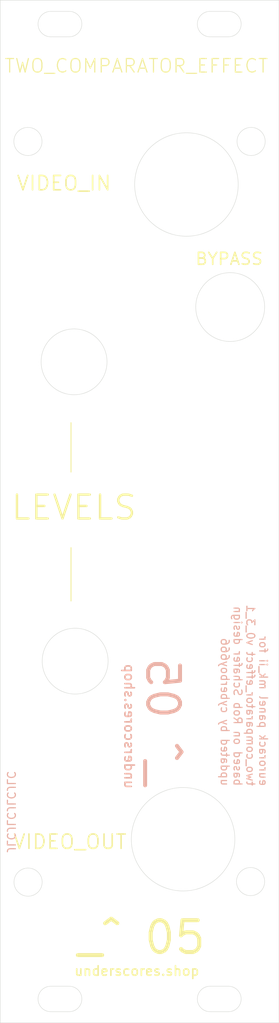
<source format=kicad_pcb>
(kicad_pcb (version 20211014) (generator pcbnew)

  (general
    (thickness 1.6)
  )

  (paper "A4")
  (title_block
    (title "two_comparator_effect_panel")
    (date "2022-01-31")
    (rev "v0_3_1")
    (company "based on Rob Schafer design, updated by cyberboy666")
  )

  (layers
    (0 "F.Cu" signal)
    (31 "B.Cu" signal)
    (32 "B.Adhes" user "B.Adhesive")
    (33 "F.Adhes" user "F.Adhesive")
    (34 "B.Paste" user)
    (35 "F.Paste" user)
    (36 "B.SilkS" user "B.Silkscreen")
    (37 "F.SilkS" user "F.Silkscreen")
    (38 "B.Mask" user)
    (39 "F.Mask" user)
    (40 "Dwgs.User" user "User.Drawings")
    (41 "Cmts.User" user "User.Comments")
    (42 "Eco1.User" user "User.Eco1")
    (43 "Eco2.User" user "User.Eco2")
    (44 "Edge.Cuts" user)
    (45 "Margin" user)
    (46 "B.CrtYd" user "B.Courtyard")
    (47 "F.CrtYd" user "F.Courtyard")
    (48 "B.Fab" user)
    (49 "F.Fab" user)
  )

  (setup
    (pad_to_mask_clearance 0.051)
    (solder_mask_min_width 0.25)
    (pcbplotparams
      (layerselection 0x0001000_7ffffffe)
      (disableapertmacros false)
      (usegerberextensions false)
      (usegerberattributes false)
      (usegerberadvancedattributes false)
      (creategerberjobfile false)
      (svguseinch false)
      (svgprecision 6)
      (excludeedgelayer false)
      (plotframeref false)
      (viasonmask false)
      (mode 1)
      (useauxorigin false)
      (hpglpennumber 1)
      (hpglpenspeed 20)
      (hpglpendiameter 15.000000)
      (dxfpolygonmode true)
      (dxfimperialunits true)
      (dxfusepcbnewfont true)
      (psnegative false)
      (psa4output false)
      (plotreference true)
      (plotvalue false)
      (plotinvisibletext false)
      (sketchpadsonfab false)
      (subtractmaskfromsilk false)
      (outputformat 5)
      (mirror false)
      (drillshape 0)
      (scaleselection 1)
      (outputdirectory "two_comparator_effect_panel_v0_3_1_eurorack_panel_mk_ii/")
    )
  )

  (net 0 "")

  (gr_line (start 98.89 100.54) (end 98.89 107.24) (layer "F.SilkS") (width 0.12) (tstamp 1add3e4c-1f6f-4148-af4c-bc2217e39d91))
  (gr_line (start 98.89 91.04) (end 98.89 84.84) (layer "F.SilkS") (width 0.12) (tstamp 2e987f74-7407-4bc1-97b5-65a704f64d70))
  (gr_line (start 90 31.75) (end 125 31.75) (layer "Edge.Cuts") (width 0.05) (tstamp 00000000-0000-0000-0000-00005ee5070b))
  (gr_line (start 90 160.25) (end 90 31.75) (layer "Edge.Cuts") (width 0.05) (tstamp 00000000-0000-0000-0000-00005f23ee9d))
  (gr_circle (center 99.273455 77.19) (end 96.993455 80.641465) (layer "Edge.Cuts") (width 0.05) (fill none) (tstamp 00000000-0000-0000-0000-000062169aea))
  (gr_circle (center 113.38 54.91) (end 119.88 54.91) (layer "Edge.Cuts") (width 0.05) (fill none) (tstamp 00000000-0000-0000-0000-000062169aec))
  (gr_circle (center 112.96 137.18) (end 119.46 137.18) (layer "Edge.Cuts") (width 0.05) (fill none) (tstamp 00000000-0000-0000-0000-000062169af1))
  (gr_circle (center 118.873455 70.31) (end 116.48 73.91) (layer "Edge.Cuts") (width 0.05) (fill none) (tstamp 00000000-0000-0000-0000-000062169af6))
  (gr_line (start 118.65 155.65) (end 116.35 155.65) (layer "Edge.Cuts") (width 0.05) (tstamp 031e1fb5-307d-4706-b5c6-79204b7444da))
  (gr_arc (start 116.35 36.35) (mid 114.75 34.75) (end 116.35 33.15) (layer "Edge.Cuts") (width 0.05) (tstamp 0486c72b-a312-4a34-8924-8c948ae0eef8))
  (gr_arc (start 98.65 155.65) (mid 100.25 157.25) (end 98.65 158.85) (layer "Edge.Cuts") (width 0.05) (tstamp 1d1c3661-831d-42b4-9eec-1b669bc65f02))
  (gr_arc (start 118.65 155.65) (mid 120.25 157.25) (end 118.65 158.85) (layer "Edge.Cuts") (width 0.05) (tstamp 25b5d255-0a00-4c1f-a323-f536db32dbf8))
  (gr_line (start 118.65 36.35) (end 116.35 36.35) (layer "Edge.Cuts") (width 0.05) (tstamp 2d6933b0-d99d-4eb8-91ff-f2d26c674443))
  (gr_circle (center 93.482234 49.5) (end 92.232234 50.75) (layer "Edge.Cuts") (width 0.05) (fill none) (tstamp 39a29ed1-b387-490e-82d1-c8e9ce3c7c82))
  (gr_line (start 98.65 155.65) (end 96.35 155.65) (layer "Edge.Cuts") (width 0.05) (tstamp 48f7a0d1-7d85-4146-9507-6878a3c114be))
  (gr_arc (start 96.35 36.35) (mid 94.75 34.75) (end 96.35 33.15) (layer "Edge.Cuts") (width 0.05) (tstamp 493fd41f-f72d-4c50-a1b3-7bc5efda78b7))
  (gr_line (start 98.65 33.15) (end 96.35 33.15) (layer "Edge.Cuts") (width 0.05) (tstamp 589b8230-5c3c-4d7e-9464-44831f0e4405))
  (gr_line (start 125 160.25) (end 125 31.75) (layer "Edge.Cuts") (width 0.05) (tstamp 5a734e50-f57c-4fca-8962-92b63bb05245))
  (gr_arc (start 116.35 158.85) (mid 114.75 157.25) (end 116.35 155.65) (layer "Edge.Cuts") (width 0.05) (tstamp 5ebdcad4-c338-45fd-91f7-167fd85a3bbc))
  (gr_line (start 125 160.25) (end 90 160.25) (layer "Edge.Cuts") (width 0.05) (tstamp 660e3dd1-c88c-4712-842d-28f8ad47e9b8))
  (gr_circle (center 99.41 114.798535) (end 97.13 118.25) (layer "Edge.Cuts") (width 0.05) (fill none) (tstamp 66a19c59-71c0-47da-93ea-90998044db17))
  (gr_arc (start 96.35 158.85) (mid 94.75 157.25) (end 96.35 155.65) (layer "Edge.Cuts") (width 0.05) (tstamp 7773e1b3-f354-4716-95e9-0fe1c6e06408))
  (gr_circle (center 121.5 49.5) (end 120.25 50.75) (layer "Edge.Cuts") (width 0.05) (fill none) (tstamp 7b8307de-2ae5-496f-b6fa-0834d1f584a6))
  (gr_arc (start 98.65 33.15) (mid 100.25 34.75) (end 98.65 36.35) (layer "Edge.Cuts") (width 0.05) (tstamp 96b312eb-9446-45c2-a019-ca7233f1a2c0))
  (gr_circle (center 121.432234 142.5) (end 120.182234 143.75) (layer "Edge.Cuts") (width 0.05) (fill none) (tstamp 992b39db-e280-48b2-8988-0ae37e232701))
  (gr_line (start 118.65 158.85) (end 116.35 158.85) (layer "Edge.Cuts") (width 0.05) (tstamp ad7a7d4e-5ab6-4bce-b040-d63a688943c0))
  (gr_arc (start 118.65 33.15) (mid 120.25 34.75) (end 118.65 36.35) (layer "Edge.Cuts") (width 0.05) (tstamp b40013fa-03f6-4393-bea4-6cfe55d7fb1e))
  (gr_line (start 98.65 36.35) (end 96.35 36.35) (layer "Edge.Cuts") (width 0.05) (tstamp cfa79dd5-c110-4976-8560-b0c94dd13e03))
  (gr_line (start 118.65 33.15) (end 116.35 33.15) (layer "Edge.Cuts") (width 0.05) (tstamp ec114982-f4b1-40f0-9995-8b67e73112d3))
  (gr_line (start 98.65 158.85) (end 96.35 158.85) (layer "Edge.Cuts") (width 0.05) (tstamp f8b7d0c9-5958-446a-9414-06f8837eecc3))
  (gr_circle (center 93.5 142.567766) (end 92.25 143.817766) (layer "Edge.Cuts") (width 0.05) (fill none) (tstamp f900ea44-a4a7-4654-aace-c665c2ea9fe6))
  (gr_text "eurorack panel mk_ii for\ntwo_comparator_effect v0_3_1\nbased on Rob Schafer design\nupdated by cyberboy666 " (at 120.62 130.57 270) (layer "B.SilkS") (tstamp 00000000-0000-0000-0000-00005f23eef4)
    (effects (font (size 1 1) (thickness 0.15)) (justify left mirror))
  )
  (gr_text "underscores.shop" (at 106.2 123 270) (layer "B.SilkS") (tstamp 3bf65fca-9b67-4586-81f9-1a223da4069b)
    (effects (font (size 1.2 1.2) (thickness 0.2)) (justify mirror))
  )
  (gr_text "_^ 05" (at 110.4 122.4 270) (layer "B.SilkS") (tstamp 3d4e69c8-2e23-4290-88ce-a809ec2970ed)
    (effects (font (size 4 4) (thickness 0.5)) (justify mirror))
  )
  (gr_text "JLCJLCJLCJLC" (at 91.36 133.75 270) (layer "B.SilkS") (tstamp c9e4dabe-cd12-4930-a38d-2cd24f710a27)
    (effects (font (size 1 1) (thickness 0.15)) (justify mirror))
  )
  (gr_text "LEVELS" (at 99.25 95.5) (layer "F.SilkS") (tstamp 00000000-0000-0000-0000-00005f3456fa)
    (effects (font (size 3 3) (thickness 0.3)))
  )
  (gr_text "BYPASS" (at 118.75 64.25) (layer "F.SilkS") (tstamp 00000000-0000-0000-0000-000062169c37)
    (effects (font (size 1.5 1.5) (thickness 0.2)))
  )
  (gr_text "VIDEO_OUT" (at 98.75 137.5) (layer "F.SilkS") (tstamp 001f12ff-adb8-44ee-b5f6-172de8330c76)
    (effects (font (size 1.8 1.8) (thickness 0.2)))
  )
  (gr_text "_^ 05" (at 107.75 149.529) (layer "F.SilkS") (tstamp 256015f1-aaf8-4aa5-8321-8d042ade75fd)
    (effects (font (size 4 4) (thickness 0.5)))
  )
  (gr_text "underscores.shop" (at 107.15 153.729) (layer "F.SilkS") (tstamp 3e37dfb1-ad05-44a2-9931-9236682ea52b)
    (effects (font (size 1.2 1.2) (thickness 0.2)))
  )
  (gr_text "VIDEO_IN" (at 98 54.75) (layer "F.SilkS") (tstamp 5b52cce1-5c4f-4ae5-83fe-def257ffe616)
    (effects (font (size 1.8 1.8) (thickness 0.2)))
  )
  (gr_text "TWO_COMPARATOR_EFFECT" (at 123.75 40) (layer "F.SilkS") (tstamp b5c25d7d-1a3d-44d5-940d-a67b35787240)
    (effects (font (size 1.7 1.7) (thickness 0.15)) (justify right))
  )

)

</source>
